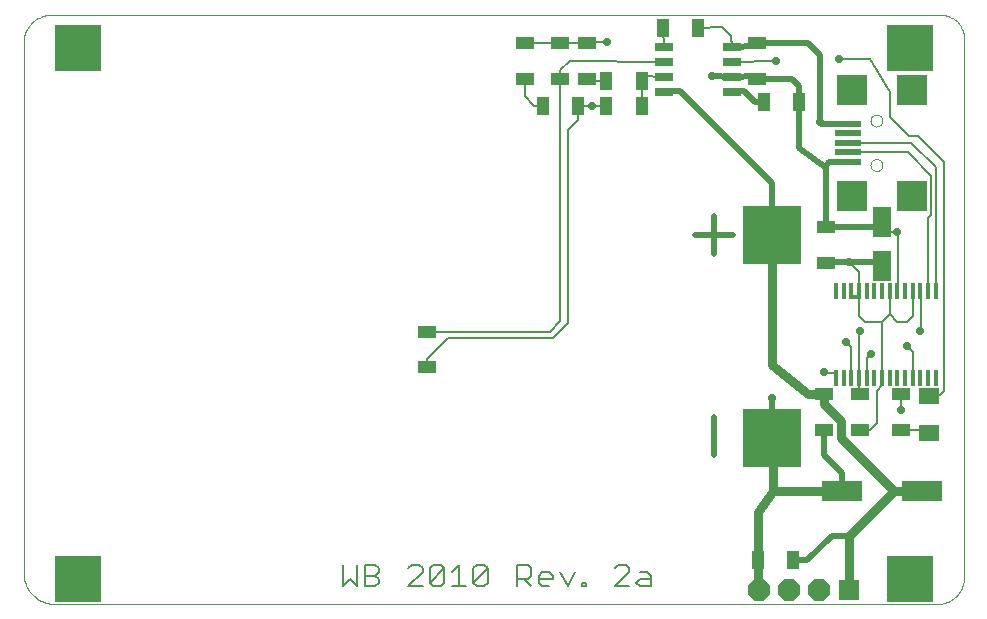
<source format=gtl>
G75*
G70*
%OFA0B0*%
%FSLAX24Y24*%
%IPPOS*%
%LPD*%
%AMOC8*
5,1,8,0,0,1.08239X$1,22.5*
%
%ADD10C,0.0060*%
%ADD11C,0.0000*%
%ADD12R,0.0886X0.0197*%
%ADD13R,0.0709X0.0709*%
%ADD14OC8,0.0709*%
%ADD15R,0.1969X0.1969*%
%ADD16R,0.0630X0.0394*%
%ADD17R,0.0394X0.0630*%
%ADD18R,0.1339X0.0709*%
%ADD19R,0.0661X0.0518*%
%ADD20R,0.0630X0.0984*%
%ADD21R,0.0630X0.0256*%
%ADD22R,0.0137X0.0550*%
%ADD23C,0.0197*%
%ADD24C,0.0118*%
%ADD25C,0.0080*%
%ADD26C,0.0315*%
%ADD27C,0.0277*%
%ADD28R,0.1581X0.1581*%
%ADD29R,0.1000X0.1000*%
D10*
X010745Y000962D02*
X010987Y001205D01*
X011230Y000962D01*
X011230Y001690D01*
X011470Y001690D02*
X011834Y001690D01*
X011955Y001569D01*
X011955Y001447D01*
X011834Y001326D01*
X011470Y001326D01*
X011834Y001326D02*
X011955Y001205D01*
X011955Y001083D01*
X011834Y000962D01*
X011470Y000962D01*
X011470Y001690D01*
X010745Y001690D02*
X010745Y000962D01*
X012920Y000962D02*
X013405Y001447D01*
X013405Y001569D01*
X013284Y001690D01*
X013041Y001690D01*
X012920Y001569D01*
X012920Y000962D02*
X013405Y000962D01*
X013645Y001083D02*
X014130Y001569D01*
X014130Y001083D01*
X014009Y000962D01*
X013766Y000962D01*
X013645Y001083D01*
X013645Y001569D01*
X013766Y001690D01*
X014009Y001690D01*
X014130Y001569D01*
X014370Y001447D02*
X014612Y001690D01*
X014612Y000962D01*
X014370Y000962D02*
X014855Y000962D01*
X015095Y001083D02*
X015580Y001569D01*
X015580Y001083D01*
X015459Y000962D01*
X015216Y000962D01*
X015095Y001083D01*
X015095Y001569D01*
X015216Y001690D01*
X015459Y001690D01*
X015580Y001569D01*
X016545Y001690D02*
X016545Y000962D01*
X016545Y001205D02*
X016909Y001205D01*
X017030Y001326D01*
X017030Y001569D01*
X016909Y001690D01*
X016545Y001690D01*
X017270Y001326D02*
X017391Y001447D01*
X017634Y001447D01*
X017755Y001326D01*
X017755Y001205D01*
X017270Y001205D01*
X017270Y001326D02*
X017270Y001083D01*
X017391Y000962D01*
X017634Y000962D01*
X018237Y000962D02*
X018480Y001447D01*
X017995Y001447D02*
X018237Y000962D01*
X018720Y000962D02*
X018841Y000962D01*
X018841Y001083D01*
X018720Y001083D01*
X018720Y000962D01*
X019807Y000962D02*
X020292Y001447D01*
X020292Y001569D01*
X020171Y001690D01*
X019928Y001690D01*
X019807Y001569D01*
X019807Y000962D02*
X020292Y000962D01*
X020532Y001083D02*
X020653Y001205D01*
X021017Y001205D01*
X021017Y001326D02*
X021017Y000962D01*
X020653Y000962D01*
X020532Y001083D01*
X020896Y001447D02*
X021017Y001326D01*
X020896Y001447D02*
X020653Y001447D01*
X017030Y000962D02*
X016787Y001205D01*
D11*
X030534Y000368D02*
X001163Y000368D01*
X001099Y000370D01*
X001035Y000376D01*
X000972Y000385D01*
X000909Y000399D01*
X000848Y000416D01*
X000787Y000437D01*
X000728Y000461D01*
X000670Y000489D01*
X000615Y000521D01*
X000561Y000556D01*
X000509Y000594D01*
X000460Y000635D01*
X000413Y000678D01*
X000370Y000725D01*
X000329Y000774D01*
X000291Y000826D01*
X000256Y000880D01*
X000224Y000935D01*
X000196Y000993D01*
X000172Y001052D01*
X000151Y001113D01*
X000134Y001174D01*
X000120Y001237D01*
X000111Y001300D01*
X000105Y001364D01*
X000103Y001428D01*
X000103Y019083D01*
X000105Y019141D01*
X000110Y019200D01*
X000119Y019257D01*
X000132Y019314D01*
X000149Y019370D01*
X000168Y019425D01*
X000192Y019479D01*
X000218Y019531D01*
X000248Y019581D01*
X000281Y019630D01*
X000316Y019676D01*
X000355Y019720D01*
X000396Y019761D01*
X000440Y019800D01*
X000486Y019835D01*
X000535Y019868D01*
X000585Y019898D01*
X000637Y019924D01*
X000691Y019948D01*
X000746Y019967D01*
X000802Y019984D01*
X000859Y019997D01*
X000916Y020006D01*
X000975Y020011D01*
X001033Y020013D01*
X030661Y020013D01*
X030715Y020011D01*
X030769Y020006D01*
X030823Y019996D01*
X030876Y019983D01*
X030928Y019967D01*
X030978Y019947D01*
X031027Y019924D01*
X031075Y019897D01*
X031120Y019867D01*
X031163Y019834D01*
X031204Y019799D01*
X031243Y019760D01*
X031278Y019719D01*
X031311Y019676D01*
X031341Y019631D01*
X031368Y019583D01*
X031391Y019534D01*
X031411Y019484D01*
X031427Y019432D01*
X031440Y019379D01*
X031450Y019325D01*
X031455Y019271D01*
X031457Y019217D01*
X031458Y019217D02*
X031458Y001292D01*
X031456Y001234D01*
X031451Y001176D01*
X031442Y001119D01*
X031429Y001062D01*
X031413Y001006D01*
X031393Y000952D01*
X031370Y000899D01*
X031344Y000847D01*
X031314Y000797D01*
X031282Y000749D01*
X031246Y000703D01*
X031208Y000659D01*
X031167Y000618D01*
X031123Y000580D01*
X031077Y000544D01*
X031029Y000512D01*
X030979Y000482D01*
X030927Y000456D01*
X030874Y000433D01*
X030820Y000413D01*
X030764Y000397D01*
X030707Y000384D01*
X030650Y000375D01*
X030592Y000370D01*
X030534Y000368D01*
X028334Y015009D02*
X028336Y015036D01*
X028342Y015063D01*
X028351Y015089D01*
X028364Y015113D01*
X028380Y015136D01*
X028399Y015155D01*
X028421Y015172D01*
X028445Y015186D01*
X028470Y015196D01*
X028497Y015203D01*
X028524Y015206D01*
X028552Y015205D01*
X028579Y015200D01*
X028605Y015192D01*
X028629Y015180D01*
X028652Y015164D01*
X028673Y015146D01*
X028690Y015125D01*
X028705Y015101D01*
X028716Y015076D01*
X028724Y015050D01*
X028728Y015023D01*
X028728Y014995D01*
X028724Y014968D01*
X028716Y014942D01*
X028705Y014917D01*
X028690Y014893D01*
X028673Y014872D01*
X028652Y014854D01*
X028630Y014838D01*
X028605Y014826D01*
X028579Y014818D01*
X028552Y014813D01*
X028524Y014812D01*
X028497Y014815D01*
X028470Y014822D01*
X028445Y014832D01*
X028421Y014846D01*
X028399Y014863D01*
X028380Y014882D01*
X028364Y014905D01*
X028351Y014929D01*
X028342Y014955D01*
X028336Y014982D01*
X028334Y015009D01*
X028334Y016490D02*
X028336Y016517D01*
X028342Y016544D01*
X028351Y016570D01*
X028364Y016594D01*
X028380Y016617D01*
X028399Y016636D01*
X028421Y016653D01*
X028445Y016667D01*
X028470Y016677D01*
X028497Y016684D01*
X028524Y016687D01*
X028552Y016686D01*
X028579Y016681D01*
X028605Y016673D01*
X028629Y016661D01*
X028652Y016645D01*
X028673Y016627D01*
X028690Y016606D01*
X028705Y016582D01*
X028716Y016557D01*
X028724Y016531D01*
X028728Y016504D01*
X028728Y016476D01*
X028724Y016449D01*
X028716Y016423D01*
X028705Y016398D01*
X028690Y016374D01*
X028673Y016353D01*
X028652Y016335D01*
X028630Y016319D01*
X028605Y016307D01*
X028579Y016299D01*
X028552Y016294D01*
X028524Y016293D01*
X028497Y016296D01*
X028470Y016303D01*
X028445Y016313D01*
X028421Y016327D01*
X028399Y016344D01*
X028380Y016363D01*
X028364Y016386D01*
X028351Y016410D01*
X028342Y016436D01*
X028336Y016463D01*
X028334Y016490D01*
D12*
X027586Y016379D03*
X027586Y016064D03*
X027586Y015749D03*
X027586Y015434D03*
X027586Y015120D03*
D13*
X027603Y000844D03*
D14*
X026603Y000844D03*
X025603Y000844D03*
X024603Y000844D03*
D15*
X025060Y005921D03*
X025060Y012671D03*
D16*
X026853Y012935D03*
X026853Y011754D03*
X026790Y007360D03*
X027978Y007360D03*
X029353Y007360D03*
X029353Y006179D03*
X027978Y006179D03*
X026790Y006179D03*
X013560Y008268D03*
X013560Y009449D03*
X016810Y017893D03*
X017997Y017893D03*
X018872Y017893D03*
X018872Y019074D03*
X017997Y019074D03*
X016810Y019074D03*
X024560Y019074D03*
X024560Y017893D03*
D17*
X024782Y017108D03*
X025963Y017108D03*
X022588Y019588D03*
X021407Y019588D03*
X020713Y017796D03*
X020713Y016983D03*
X019532Y016983D03*
X018588Y016983D03*
X017407Y016983D03*
X019532Y017796D03*
X024574Y001844D03*
X025756Y001844D03*
D18*
X027389Y004157D03*
X030066Y004157D03*
D19*
X030290Y006073D03*
X030290Y007307D03*
D20*
X028728Y011641D03*
X028728Y013110D03*
D21*
X023704Y017444D03*
X023704Y017944D03*
X023704Y018444D03*
X023704Y018944D03*
X021454Y018944D03*
X021454Y018444D03*
X021454Y017944D03*
X021454Y017444D03*
D22*
X027185Y010799D03*
X027441Y010799D03*
X027697Y010799D03*
X027953Y010799D03*
X028209Y010799D03*
X028465Y010799D03*
X028720Y010799D03*
X028976Y010799D03*
X029232Y010799D03*
X029488Y010799D03*
X029744Y010799D03*
X030000Y010799D03*
X030256Y010799D03*
X030512Y010799D03*
X030512Y007921D03*
X030256Y007921D03*
X030000Y007921D03*
X029744Y007921D03*
X029488Y007921D03*
X029232Y007921D03*
X028976Y007921D03*
X028720Y007921D03*
X028465Y007921D03*
X028209Y007921D03*
X027953Y007921D03*
X027697Y007921D03*
X027441Y007921D03*
X027185Y007921D03*
D23*
X025060Y007233D02*
X025060Y005921D01*
X026790Y006179D02*
X026790Y005344D01*
X027389Y004746D01*
X027389Y004157D01*
X027603Y002657D02*
X027040Y002657D01*
X026228Y001844D01*
X025756Y001844D01*
X024603Y000844D02*
X024574Y000872D01*
X023122Y005358D02*
X023122Y006608D01*
X026853Y011754D02*
X026881Y011782D01*
X027603Y011782D01*
X028556Y011782D01*
X028728Y011641D01*
X028584Y012935D02*
X026853Y012935D01*
X026853Y014907D01*
X026806Y014954D01*
X026967Y015116D01*
X027586Y015120D01*
X026806Y014954D02*
X025963Y015580D01*
X025963Y017108D01*
X025963Y017643D01*
X025713Y017893D01*
X024560Y017893D01*
X024469Y017983D01*
X023704Y017944D01*
X023060Y017983D01*
X023704Y017444D02*
X024122Y017483D01*
X024497Y017108D01*
X024781Y017108D01*
X026665Y016427D02*
X026696Y016375D01*
X027586Y016379D01*
X026665Y016427D02*
X026665Y018671D01*
X026262Y019074D01*
X024560Y019074D01*
X024469Y018983D01*
X023704Y018944D01*
X021997Y017483D02*
X021454Y017444D01*
X021997Y017483D02*
X025060Y014421D01*
X025060Y012671D01*
X023747Y012671D02*
X022497Y012671D01*
X023122Y012046D02*
X023122Y013296D01*
X028584Y012935D02*
X028728Y013110D01*
X018907Y019108D02*
X018872Y019074D01*
D24*
X027701Y010611D02*
X027722Y010611D01*
X027957Y010611D01*
D25*
X027953Y010616D01*
X027953Y010799D01*
X027957Y010611D02*
X027957Y011427D01*
X027603Y011782D01*
X027697Y010799D02*
X027722Y010775D01*
X027722Y010611D01*
X027957Y010611D02*
X027957Y009990D01*
X028165Y009782D01*
X028728Y009782D01*
X028975Y010029D01*
X028981Y010029D01*
X028976Y010033D01*
X028976Y010799D01*
X028976Y010616D01*
X028981Y010611D01*
X029237Y010611D02*
X029237Y010795D01*
X029232Y010799D01*
X029237Y010795D02*
X029237Y012773D01*
X029228Y012782D01*
X029237Y012773D02*
X029033Y012773D01*
X028728Y013110D01*
X030260Y013252D02*
X030353Y013344D01*
X030353Y014657D01*
X029579Y015431D01*
X027586Y015434D01*
X027586Y015749D02*
X029702Y015746D01*
X030516Y014931D01*
X030516Y010611D01*
X030260Y010611D02*
X030256Y010616D01*
X030256Y010799D01*
X030260Y010611D02*
X030260Y013252D01*
X030790Y015094D02*
X030790Y007470D01*
X030657Y007336D01*
X030290Y007307D01*
X029744Y007921D02*
X029744Y008777D01*
X029537Y008984D01*
X029978Y009470D02*
X030004Y009496D01*
X030004Y010611D01*
X030000Y010616D01*
X030000Y010799D01*
X029744Y010799D02*
X029744Y010616D01*
X029748Y010611D01*
X029748Y009990D01*
X029540Y009782D01*
X029228Y009782D01*
X028981Y010029D01*
X028728Y009782D02*
X028725Y009779D01*
X028725Y007660D01*
X028720Y007664D01*
X028720Y007921D01*
X028213Y007925D02*
X028209Y007921D01*
X028209Y008575D01*
X028338Y008705D01*
X027697Y008947D02*
X027534Y009110D01*
X027697Y008947D02*
X027697Y007921D01*
X027953Y007921D02*
X027953Y007397D01*
X027957Y007393D01*
X027957Y009449D01*
X027978Y009470D01*
X027189Y008078D02*
X026807Y008078D01*
X026790Y008094D01*
X027185Y008073D02*
X027185Y007921D01*
X027185Y008073D02*
X027189Y008078D01*
X027957Y007393D02*
X027978Y007360D01*
X028540Y007475D02*
X028540Y006407D01*
X028324Y006191D01*
X027978Y006179D01*
X029353Y006179D02*
X030201Y006191D01*
X030290Y006102D01*
X029379Y006165D02*
X029353Y006179D01*
X029353Y006844D02*
X029353Y007360D01*
X028725Y007660D02*
X028540Y007475D01*
X018247Y009733D02*
X018247Y016171D01*
X018588Y016511D01*
X018588Y016983D01*
X019060Y016983D01*
X019532Y016983D01*
X019532Y017796D02*
X018969Y017796D01*
X018872Y017893D01*
X018310Y018483D02*
X017997Y018171D01*
X017997Y017893D01*
X017997Y009796D01*
X017650Y009449D01*
X013560Y009449D01*
X014247Y009233D02*
X017747Y009233D01*
X018247Y009733D01*
X014247Y009233D02*
X013560Y008546D01*
X013560Y008268D01*
X017122Y016983D02*
X017407Y016983D01*
X017122Y016983D02*
X016810Y017296D01*
X016810Y017893D01*
X018310Y018483D02*
X021454Y018444D01*
X021454Y018944D02*
X021435Y019580D01*
X021407Y019588D01*
X022588Y019588D02*
X023372Y019608D01*
X023685Y019296D01*
X023704Y018944D01*
X023704Y018444D02*
X025185Y018483D01*
X027291Y018533D02*
X027300Y018542D01*
X027291Y018533D02*
X028317Y018533D01*
X028974Y017436D01*
X028974Y016621D01*
X029626Y015970D01*
X029915Y015970D01*
X030790Y015094D01*
X021454Y017944D02*
X020747Y017983D01*
X020713Y017949D01*
X020713Y017796D01*
X020713Y016983D01*
X019560Y019108D02*
X018907Y019108D01*
X018872Y019074D02*
X017997Y019074D01*
X016810Y019074D01*
D26*
X025060Y012671D02*
X025060Y008358D01*
X026262Y007372D01*
X026790Y007360D01*
X026790Y007032D01*
X027352Y006470D01*
X027352Y005907D01*
X029103Y004157D01*
X027603Y002657D01*
X027603Y000844D01*
X024574Y000872D02*
X024574Y001844D01*
X024594Y003455D01*
X025080Y004157D01*
X027389Y004157D01*
X029103Y004157D02*
X030066Y004157D01*
X025080Y004157D02*
X025060Y005921D01*
D27*
X025060Y007233D03*
X026790Y008094D03*
X027534Y009110D03*
X027978Y009470D03*
X028338Y008705D03*
X029537Y008984D03*
X029978Y009470D03*
X027603Y011782D03*
X029228Y012782D03*
X026665Y016427D03*
X027300Y018542D03*
X025185Y018483D03*
X023060Y017983D03*
X019560Y019108D03*
X019060Y016983D03*
X029353Y006844D03*
D28*
X029665Y001220D03*
X029665Y018897D03*
X001915Y018897D03*
X001915Y001220D03*
D29*
X027722Y013992D03*
X029725Y013992D03*
X029725Y017498D03*
X027722Y017498D03*
M02*

</source>
